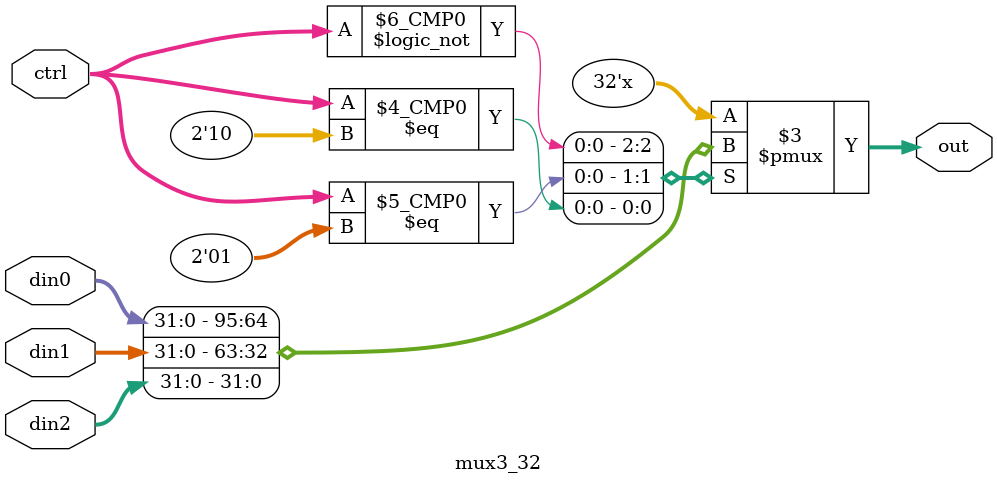
<source format=v>
`timescale 1ns / 1ps
module mux2_32(
    input ctrl,
	 input[31:0] din0,
	 input[31:0] din1,
	 output [31:0] out
    );
	 assign out=ctrl?din1:din0;
endmodule

module mux3_5(
    input[1:0] ctrl,
	 input[4:0] din0,
	 input[4:0] din1,
	 input[4:0] din2,
	 output reg[4:0] out
    );
	 always@(*)begin
	   case(ctrl)
		2'b00: out=din0;
		2'b01: out=din1;
		2'b10: out=din2;
		endcase
	 end
endmodule

module mux3_32(
    input[1:0] ctrl,
	 input[31:0] din0,
	 input[31:0] din1,
	 input[31:0] din2,
	 output reg[31:0] out
    );
	 always@(*)begin
	   case(ctrl)
		2'b00: out=din0;
		2'b01: out=din1;
		2'b10: out=din2;
		endcase
	 end
endmodule

</source>
